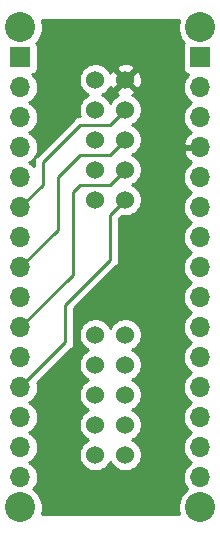
<source format=gbr>
G04 #@! TF.GenerationSoftware,KiCad,Pcbnew,(5.1.4)-1*
G04 #@! TF.CreationDate,2019-10-18T00:08:50-04:00*
G04 #@! TF.ProjectId,RepRap Display Controller,52657052-6170-4204-9469-73706c617920,rev?*
G04 #@! TF.SameCoordinates,Original*
G04 #@! TF.FileFunction,Copper,L2,Bot*
G04 #@! TF.FilePolarity,Positive*
%FSLAX46Y46*%
G04 Gerber Fmt 4.6, Leading zero omitted, Abs format (unit mm)*
G04 Created by KiCad (PCBNEW (5.1.4)-1) date 2019-10-18 00:08:50*
%MOMM*%
%LPD*%
G04 APERTURE LIST*
%ADD10C,1.524000*%
%ADD11O,1.700000X1.700000*%
%ADD12R,1.700000X1.700000*%
%ADD13C,2.540000*%
%ADD14C,0.250000*%
%ADD15C,0.254000*%
G04 APERTURE END LIST*
D10*
X148336000Y-94742000D03*
X145796000Y-94742000D03*
X148336000Y-97282000D03*
X145796000Y-97282000D03*
X148336000Y-99822000D03*
X145796000Y-99822000D03*
X148336000Y-102362000D03*
X145796000Y-102362000D03*
X148336000Y-104902000D03*
X145796000Y-104902000D03*
D11*
X154686000Y-106807000D03*
X154686000Y-104267000D03*
X154686000Y-101727000D03*
X154686000Y-99187000D03*
X154686000Y-96647000D03*
X154686000Y-94107000D03*
X154686000Y-91567000D03*
X154686000Y-89027000D03*
X154686000Y-86487000D03*
X154686000Y-83947000D03*
X154686000Y-81407000D03*
X154686000Y-78867000D03*
X154686000Y-76327000D03*
X154686000Y-73787000D03*
D12*
X154686000Y-71247000D03*
D11*
X139446000Y-106807000D03*
X139446000Y-104267000D03*
X139446000Y-101727000D03*
X139446000Y-99187000D03*
X139446000Y-96647000D03*
X139446000Y-94107000D03*
X139446000Y-91567000D03*
X139446000Y-89027000D03*
X139446000Y-86487000D03*
X139446000Y-83947000D03*
X139446000Y-81407000D03*
X139446000Y-78867000D03*
X139446000Y-76327000D03*
X139446000Y-73787000D03*
D12*
X139446000Y-71247000D03*
D10*
X148336000Y-73152000D03*
X145796000Y-73152000D03*
X148336000Y-75692000D03*
X145796000Y-75692000D03*
X148336000Y-78232000D03*
X145796000Y-78232000D03*
X148336000Y-80772000D03*
X145796000Y-80772000D03*
X148336000Y-83312000D03*
X145796000Y-83312000D03*
D13*
X139446000Y-68707000D03*
X139446000Y-109347000D03*
X154686000Y-109347000D03*
X154686000Y-68707000D03*
D14*
X139446000Y-83947000D02*
X141351000Y-82042000D01*
X141351000Y-82042000D02*
X141351000Y-80137000D01*
X141351000Y-80137000D02*
X144526000Y-76962000D01*
X147066000Y-76962000D02*
X148336000Y-75692000D01*
X144526000Y-76962000D02*
X147066000Y-76962000D01*
X139446000Y-89027000D02*
X142621000Y-85852000D01*
X142621000Y-85852000D02*
X142621000Y-81407000D01*
X142621000Y-81407000D02*
X144526000Y-79502000D01*
X147066000Y-79502000D02*
X148336000Y-78232000D01*
X144526000Y-79502000D02*
X147066000Y-79502000D01*
X139446000Y-94107000D02*
X143891000Y-89662000D01*
X143891000Y-89662000D02*
X143891000Y-82677000D01*
X143891000Y-82677000D02*
X144526000Y-82042000D01*
X147066000Y-82042000D02*
X148336000Y-80772000D01*
X144526000Y-82042000D02*
X147066000Y-82042000D01*
X147066000Y-84582000D02*
X148336000Y-83312000D01*
X147066000Y-88392000D02*
X147066000Y-84582000D01*
X143256000Y-92202000D02*
X147066000Y-88392000D01*
X139446000Y-99187000D02*
X143256000Y-95377000D01*
X143256000Y-95377000D02*
X143256000Y-92202000D01*
D15*
G36*
X152854209Y-68151332D02*
G01*
X152781000Y-68519374D01*
X152781000Y-68894626D01*
X152854209Y-69262668D01*
X152997811Y-69609356D01*
X153206290Y-69921366D01*
X153315365Y-70030441D01*
X153305463Y-70042506D01*
X153246498Y-70152820D01*
X153210188Y-70272518D01*
X153197928Y-70397000D01*
X153197928Y-72097000D01*
X153210188Y-72221482D01*
X153246498Y-72341180D01*
X153305463Y-72451494D01*
X153384815Y-72548185D01*
X153481506Y-72627537D01*
X153591820Y-72686502D01*
X153660687Y-72707393D01*
X153630866Y-72731866D01*
X153445294Y-72957986D01*
X153307401Y-73215966D01*
X153222487Y-73495889D01*
X153193815Y-73787000D01*
X153222487Y-74078111D01*
X153307401Y-74358034D01*
X153445294Y-74616014D01*
X153630866Y-74842134D01*
X153856986Y-75027706D01*
X153911791Y-75057000D01*
X153856986Y-75086294D01*
X153630866Y-75271866D01*
X153445294Y-75497986D01*
X153307401Y-75755966D01*
X153222487Y-76035889D01*
X153193815Y-76327000D01*
X153222487Y-76618111D01*
X153307401Y-76898034D01*
X153445294Y-77156014D01*
X153630866Y-77382134D01*
X153856986Y-77567706D01*
X153921523Y-77602201D01*
X153804645Y-77671822D01*
X153588412Y-77866731D01*
X153414359Y-78100080D01*
X153289175Y-78362901D01*
X153244524Y-78510110D01*
X153365845Y-78740000D01*
X154559000Y-78740000D01*
X154559000Y-78720000D01*
X154813000Y-78720000D01*
X154813000Y-78740000D01*
X154833000Y-78740000D01*
X154833000Y-78994000D01*
X154813000Y-78994000D01*
X154813000Y-79014000D01*
X154559000Y-79014000D01*
X154559000Y-78994000D01*
X153365845Y-78994000D01*
X153244524Y-79223890D01*
X153289175Y-79371099D01*
X153414359Y-79633920D01*
X153588412Y-79867269D01*
X153804645Y-80062178D01*
X153921523Y-80131799D01*
X153856986Y-80166294D01*
X153630866Y-80351866D01*
X153445294Y-80577986D01*
X153307401Y-80835966D01*
X153222487Y-81115889D01*
X153193815Y-81407000D01*
X153222487Y-81698111D01*
X153307401Y-81978034D01*
X153445294Y-82236014D01*
X153630866Y-82462134D01*
X153856986Y-82647706D01*
X153911791Y-82677000D01*
X153856986Y-82706294D01*
X153630866Y-82891866D01*
X153445294Y-83117986D01*
X153307401Y-83375966D01*
X153222487Y-83655889D01*
X153193815Y-83947000D01*
X153222487Y-84238111D01*
X153307401Y-84518034D01*
X153445294Y-84776014D01*
X153630866Y-85002134D01*
X153856986Y-85187706D01*
X153911791Y-85217000D01*
X153856986Y-85246294D01*
X153630866Y-85431866D01*
X153445294Y-85657986D01*
X153307401Y-85915966D01*
X153222487Y-86195889D01*
X153193815Y-86487000D01*
X153222487Y-86778111D01*
X153307401Y-87058034D01*
X153445294Y-87316014D01*
X153630866Y-87542134D01*
X153856986Y-87727706D01*
X153911791Y-87757000D01*
X153856986Y-87786294D01*
X153630866Y-87971866D01*
X153445294Y-88197986D01*
X153307401Y-88455966D01*
X153222487Y-88735889D01*
X153193815Y-89027000D01*
X153222487Y-89318111D01*
X153307401Y-89598034D01*
X153445294Y-89856014D01*
X153630866Y-90082134D01*
X153856986Y-90267706D01*
X153911791Y-90297000D01*
X153856986Y-90326294D01*
X153630866Y-90511866D01*
X153445294Y-90737986D01*
X153307401Y-90995966D01*
X153222487Y-91275889D01*
X153193815Y-91567000D01*
X153222487Y-91858111D01*
X153307401Y-92138034D01*
X153445294Y-92396014D01*
X153630866Y-92622134D01*
X153856986Y-92807706D01*
X153911791Y-92837000D01*
X153856986Y-92866294D01*
X153630866Y-93051866D01*
X153445294Y-93277986D01*
X153307401Y-93535966D01*
X153222487Y-93815889D01*
X153193815Y-94107000D01*
X153222487Y-94398111D01*
X153307401Y-94678034D01*
X153445294Y-94936014D01*
X153630866Y-95162134D01*
X153856986Y-95347706D01*
X153911791Y-95377000D01*
X153856986Y-95406294D01*
X153630866Y-95591866D01*
X153445294Y-95817986D01*
X153307401Y-96075966D01*
X153222487Y-96355889D01*
X153193815Y-96647000D01*
X153222487Y-96938111D01*
X153307401Y-97218034D01*
X153445294Y-97476014D01*
X153630866Y-97702134D01*
X153856986Y-97887706D01*
X153911791Y-97917000D01*
X153856986Y-97946294D01*
X153630866Y-98131866D01*
X153445294Y-98357986D01*
X153307401Y-98615966D01*
X153222487Y-98895889D01*
X153193815Y-99187000D01*
X153222487Y-99478111D01*
X153307401Y-99758034D01*
X153445294Y-100016014D01*
X153630866Y-100242134D01*
X153856986Y-100427706D01*
X153911791Y-100457000D01*
X153856986Y-100486294D01*
X153630866Y-100671866D01*
X153445294Y-100897986D01*
X153307401Y-101155966D01*
X153222487Y-101435889D01*
X153193815Y-101727000D01*
X153222487Y-102018111D01*
X153307401Y-102298034D01*
X153445294Y-102556014D01*
X153630866Y-102782134D01*
X153856986Y-102967706D01*
X153911791Y-102997000D01*
X153856986Y-103026294D01*
X153630866Y-103211866D01*
X153445294Y-103437986D01*
X153307401Y-103695966D01*
X153222487Y-103975889D01*
X153193815Y-104267000D01*
X153222487Y-104558111D01*
X153307401Y-104838034D01*
X153445294Y-105096014D01*
X153630866Y-105322134D01*
X153856986Y-105507706D01*
X153911791Y-105537000D01*
X153856986Y-105566294D01*
X153630866Y-105751866D01*
X153445294Y-105977986D01*
X153307401Y-106235966D01*
X153222487Y-106515889D01*
X153193815Y-106807000D01*
X153222487Y-107098111D01*
X153307401Y-107378034D01*
X153445294Y-107636014D01*
X153577206Y-107796749D01*
X153471634Y-107867290D01*
X153206290Y-108132634D01*
X152997811Y-108444644D01*
X152854209Y-108791332D01*
X152781000Y-109159374D01*
X152781000Y-109534626D01*
X152854209Y-109902668D01*
X152866359Y-109932000D01*
X141265641Y-109932000D01*
X141277791Y-109902668D01*
X141351000Y-109534626D01*
X141351000Y-109159374D01*
X141277791Y-108791332D01*
X141134189Y-108444644D01*
X140925710Y-108132634D01*
X140660366Y-107867290D01*
X140554794Y-107796749D01*
X140686706Y-107636014D01*
X140824599Y-107378034D01*
X140909513Y-107098111D01*
X140938185Y-106807000D01*
X140909513Y-106515889D01*
X140824599Y-106235966D01*
X140686706Y-105977986D01*
X140501134Y-105751866D01*
X140275014Y-105566294D01*
X140220209Y-105537000D01*
X140275014Y-105507706D01*
X140501134Y-105322134D01*
X140686706Y-105096014D01*
X140824599Y-104838034D01*
X140909513Y-104558111D01*
X140938185Y-104267000D01*
X140909513Y-103975889D01*
X140824599Y-103695966D01*
X140686706Y-103437986D01*
X140501134Y-103211866D01*
X140275014Y-103026294D01*
X140220209Y-102997000D01*
X140275014Y-102967706D01*
X140501134Y-102782134D01*
X140686706Y-102556014D01*
X140824599Y-102298034D01*
X140909513Y-102018111D01*
X140938185Y-101727000D01*
X140909513Y-101435889D01*
X140824599Y-101155966D01*
X140686706Y-100897986D01*
X140501134Y-100671866D01*
X140275014Y-100486294D01*
X140220209Y-100457000D01*
X140275014Y-100427706D01*
X140501134Y-100242134D01*
X140686706Y-100016014D01*
X140824599Y-99758034D01*
X140909513Y-99478111D01*
X140938185Y-99187000D01*
X140909513Y-98895889D01*
X140886797Y-98821004D01*
X143767004Y-95940798D01*
X143796001Y-95917001D01*
X143890974Y-95801276D01*
X143961546Y-95669247D01*
X144005003Y-95525986D01*
X144016000Y-95414333D01*
X144016000Y-95414325D01*
X144019676Y-95377000D01*
X144016000Y-95339675D01*
X144016000Y-94604408D01*
X144399000Y-94604408D01*
X144399000Y-94879592D01*
X144452686Y-95149490D01*
X144557995Y-95403727D01*
X144710880Y-95632535D01*
X144905465Y-95827120D01*
X145134273Y-95980005D01*
X145211515Y-96012000D01*
X145134273Y-96043995D01*
X144905465Y-96196880D01*
X144710880Y-96391465D01*
X144557995Y-96620273D01*
X144452686Y-96874510D01*
X144399000Y-97144408D01*
X144399000Y-97419592D01*
X144452686Y-97689490D01*
X144557995Y-97943727D01*
X144710880Y-98172535D01*
X144905465Y-98367120D01*
X145134273Y-98520005D01*
X145211515Y-98552000D01*
X145134273Y-98583995D01*
X144905465Y-98736880D01*
X144710880Y-98931465D01*
X144557995Y-99160273D01*
X144452686Y-99414510D01*
X144399000Y-99684408D01*
X144399000Y-99959592D01*
X144452686Y-100229490D01*
X144557995Y-100483727D01*
X144710880Y-100712535D01*
X144905465Y-100907120D01*
X145134273Y-101060005D01*
X145211515Y-101092000D01*
X145134273Y-101123995D01*
X144905465Y-101276880D01*
X144710880Y-101471465D01*
X144557995Y-101700273D01*
X144452686Y-101954510D01*
X144399000Y-102224408D01*
X144399000Y-102499592D01*
X144452686Y-102769490D01*
X144557995Y-103023727D01*
X144710880Y-103252535D01*
X144905465Y-103447120D01*
X145134273Y-103600005D01*
X145211515Y-103632000D01*
X145134273Y-103663995D01*
X144905465Y-103816880D01*
X144710880Y-104011465D01*
X144557995Y-104240273D01*
X144452686Y-104494510D01*
X144399000Y-104764408D01*
X144399000Y-105039592D01*
X144452686Y-105309490D01*
X144557995Y-105563727D01*
X144710880Y-105792535D01*
X144905465Y-105987120D01*
X145134273Y-106140005D01*
X145388510Y-106245314D01*
X145658408Y-106299000D01*
X145933592Y-106299000D01*
X146203490Y-106245314D01*
X146457727Y-106140005D01*
X146686535Y-105987120D01*
X146881120Y-105792535D01*
X147034005Y-105563727D01*
X147066000Y-105486485D01*
X147097995Y-105563727D01*
X147250880Y-105792535D01*
X147445465Y-105987120D01*
X147674273Y-106140005D01*
X147928510Y-106245314D01*
X148198408Y-106299000D01*
X148473592Y-106299000D01*
X148743490Y-106245314D01*
X148997727Y-106140005D01*
X149226535Y-105987120D01*
X149421120Y-105792535D01*
X149574005Y-105563727D01*
X149679314Y-105309490D01*
X149733000Y-105039592D01*
X149733000Y-104764408D01*
X149679314Y-104494510D01*
X149574005Y-104240273D01*
X149421120Y-104011465D01*
X149226535Y-103816880D01*
X148997727Y-103663995D01*
X148920485Y-103632000D01*
X148997727Y-103600005D01*
X149226535Y-103447120D01*
X149421120Y-103252535D01*
X149574005Y-103023727D01*
X149679314Y-102769490D01*
X149733000Y-102499592D01*
X149733000Y-102224408D01*
X149679314Y-101954510D01*
X149574005Y-101700273D01*
X149421120Y-101471465D01*
X149226535Y-101276880D01*
X148997727Y-101123995D01*
X148920485Y-101092000D01*
X148997727Y-101060005D01*
X149226535Y-100907120D01*
X149421120Y-100712535D01*
X149574005Y-100483727D01*
X149679314Y-100229490D01*
X149733000Y-99959592D01*
X149733000Y-99684408D01*
X149679314Y-99414510D01*
X149574005Y-99160273D01*
X149421120Y-98931465D01*
X149226535Y-98736880D01*
X148997727Y-98583995D01*
X148920485Y-98552000D01*
X148997727Y-98520005D01*
X149226535Y-98367120D01*
X149421120Y-98172535D01*
X149574005Y-97943727D01*
X149679314Y-97689490D01*
X149733000Y-97419592D01*
X149733000Y-97144408D01*
X149679314Y-96874510D01*
X149574005Y-96620273D01*
X149421120Y-96391465D01*
X149226535Y-96196880D01*
X148997727Y-96043995D01*
X148920485Y-96012000D01*
X148997727Y-95980005D01*
X149226535Y-95827120D01*
X149421120Y-95632535D01*
X149574005Y-95403727D01*
X149679314Y-95149490D01*
X149733000Y-94879592D01*
X149733000Y-94604408D01*
X149679314Y-94334510D01*
X149574005Y-94080273D01*
X149421120Y-93851465D01*
X149226535Y-93656880D01*
X148997727Y-93503995D01*
X148743490Y-93398686D01*
X148473592Y-93345000D01*
X148198408Y-93345000D01*
X147928510Y-93398686D01*
X147674273Y-93503995D01*
X147445465Y-93656880D01*
X147250880Y-93851465D01*
X147097995Y-94080273D01*
X147066000Y-94157515D01*
X147034005Y-94080273D01*
X146881120Y-93851465D01*
X146686535Y-93656880D01*
X146457727Y-93503995D01*
X146203490Y-93398686D01*
X145933592Y-93345000D01*
X145658408Y-93345000D01*
X145388510Y-93398686D01*
X145134273Y-93503995D01*
X144905465Y-93656880D01*
X144710880Y-93851465D01*
X144557995Y-94080273D01*
X144452686Y-94334510D01*
X144399000Y-94604408D01*
X144016000Y-94604408D01*
X144016000Y-92516801D01*
X147577004Y-88955798D01*
X147606001Y-88932001D01*
X147700974Y-88816276D01*
X147771546Y-88684247D01*
X147815003Y-88540986D01*
X147826000Y-88429333D01*
X147826000Y-88429325D01*
X147829676Y-88392000D01*
X147826000Y-88354675D01*
X147826000Y-84896801D01*
X148044430Y-84678372D01*
X148198408Y-84709000D01*
X148473592Y-84709000D01*
X148743490Y-84655314D01*
X148997727Y-84550005D01*
X149226535Y-84397120D01*
X149421120Y-84202535D01*
X149574005Y-83973727D01*
X149679314Y-83719490D01*
X149733000Y-83449592D01*
X149733000Y-83174408D01*
X149679314Y-82904510D01*
X149574005Y-82650273D01*
X149421120Y-82421465D01*
X149226535Y-82226880D01*
X148997727Y-82073995D01*
X148920485Y-82042000D01*
X148997727Y-82010005D01*
X149226535Y-81857120D01*
X149421120Y-81662535D01*
X149574005Y-81433727D01*
X149679314Y-81179490D01*
X149733000Y-80909592D01*
X149733000Y-80634408D01*
X149679314Y-80364510D01*
X149574005Y-80110273D01*
X149421120Y-79881465D01*
X149226535Y-79686880D01*
X148997727Y-79533995D01*
X148920485Y-79502000D01*
X148997727Y-79470005D01*
X149226535Y-79317120D01*
X149421120Y-79122535D01*
X149574005Y-78893727D01*
X149679314Y-78639490D01*
X149733000Y-78369592D01*
X149733000Y-78094408D01*
X149679314Y-77824510D01*
X149574005Y-77570273D01*
X149421120Y-77341465D01*
X149226535Y-77146880D01*
X148997727Y-76993995D01*
X148920485Y-76962000D01*
X148997727Y-76930005D01*
X149226535Y-76777120D01*
X149421120Y-76582535D01*
X149574005Y-76353727D01*
X149679314Y-76099490D01*
X149733000Y-75829592D01*
X149733000Y-75554408D01*
X149679314Y-75284510D01*
X149574005Y-75030273D01*
X149421120Y-74801465D01*
X149226535Y-74606880D01*
X148997727Y-74453995D01*
X148926057Y-74424308D01*
X148939023Y-74419636D01*
X149054980Y-74357656D01*
X149121960Y-74117565D01*
X148336000Y-73331605D01*
X147550040Y-74117565D01*
X147617020Y-74357656D01*
X147752760Y-74421485D01*
X147674273Y-74453995D01*
X147445465Y-74606880D01*
X147250880Y-74801465D01*
X147097995Y-75030273D01*
X147066000Y-75107515D01*
X147034005Y-75030273D01*
X146881120Y-74801465D01*
X146686535Y-74606880D01*
X146457727Y-74453995D01*
X146380485Y-74422000D01*
X146457727Y-74390005D01*
X146686535Y-74237120D01*
X146881120Y-74042535D01*
X147034005Y-73813727D01*
X147063692Y-73742057D01*
X147068364Y-73755023D01*
X147130344Y-73870980D01*
X147370435Y-73937960D01*
X148156395Y-73152000D01*
X148515605Y-73152000D01*
X149301565Y-73937960D01*
X149541656Y-73870980D01*
X149658756Y-73621952D01*
X149725023Y-73354865D01*
X149737910Y-73079983D01*
X149696922Y-72807867D01*
X149603636Y-72548977D01*
X149541656Y-72433020D01*
X149301565Y-72366040D01*
X148515605Y-73152000D01*
X148156395Y-73152000D01*
X147370435Y-72366040D01*
X147130344Y-72433020D01*
X147066515Y-72568760D01*
X147034005Y-72490273D01*
X146881120Y-72261465D01*
X146806090Y-72186435D01*
X147550040Y-72186435D01*
X148336000Y-72972395D01*
X149121960Y-72186435D01*
X149054980Y-71946344D01*
X148805952Y-71829244D01*
X148538865Y-71762977D01*
X148263983Y-71750090D01*
X147991867Y-71791078D01*
X147732977Y-71884364D01*
X147617020Y-71946344D01*
X147550040Y-72186435D01*
X146806090Y-72186435D01*
X146686535Y-72066880D01*
X146457727Y-71913995D01*
X146203490Y-71808686D01*
X145933592Y-71755000D01*
X145658408Y-71755000D01*
X145388510Y-71808686D01*
X145134273Y-71913995D01*
X144905465Y-72066880D01*
X144710880Y-72261465D01*
X144557995Y-72490273D01*
X144452686Y-72744510D01*
X144399000Y-73014408D01*
X144399000Y-73289592D01*
X144452686Y-73559490D01*
X144557995Y-73813727D01*
X144710880Y-74042535D01*
X144905465Y-74237120D01*
X145134273Y-74390005D01*
X145211515Y-74422000D01*
X145134273Y-74453995D01*
X144905465Y-74606880D01*
X144710880Y-74801465D01*
X144557995Y-75030273D01*
X144452686Y-75284510D01*
X144399000Y-75554408D01*
X144399000Y-75829592D01*
X144452686Y-76099490D01*
X144494894Y-76201388D01*
X144488676Y-76202000D01*
X144488667Y-76202000D01*
X144377014Y-76212997D01*
X144233753Y-76256454D01*
X144101723Y-76327026D01*
X144018083Y-76395668D01*
X143985999Y-76421999D01*
X143962201Y-76450997D01*
X140839998Y-79573201D01*
X140811000Y-79596999D01*
X140787202Y-79625997D01*
X140787201Y-79625998D01*
X140716026Y-79712724D01*
X140645454Y-79844754D01*
X140601998Y-79988015D01*
X140587324Y-80137000D01*
X140591001Y-80174332D01*
X140591001Y-80461369D01*
X140501134Y-80351866D01*
X140275014Y-80166294D01*
X140220209Y-80137000D01*
X140275014Y-80107706D01*
X140501134Y-79922134D01*
X140686706Y-79696014D01*
X140824599Y-79438034D01*
X140909513Y-79158111D01*
X140938185Y-78867000D01*
X140909513Y-78575889D01*
X140824599Y-78295966D01*
X140686706Y-78037986D01*
X140501134Y-77811866D01*
X140275014Y-77626294D01*
X140220209Y-77597000D01*
X140275014Y-77567706D01*
X140501134Y-77382134D01*
X140686706Y-77156014D01*
X140824599Y-76898034D01*
X140909513Y-76618111D01*
X140938185Y-76327000D01*
X140909513Y-76035889D01*
X140824599Y-75755966D01*
X140686706Y-75497986D01*
X140501134Y-75271866D01*
X140275014Y-75086294D01*
X140220209Y-75057000D01*
X140275014Y-75027706D01*
X140501134Y-74842134D01*
X140686706Y-74616014D01*
X140824599Y-74358034D01*
X140909513Y-74078111D01*
X140938185Y-73787000D01*
X140909513Y-73495889D01*
X140824599Y-73215966D01*
X140686706Y-72957986D01*
X140501134Y-72731866D01*
X140471313Y-72707393D01*
X140540180Y-72686502D01*
X140650494Y-72627537D01*
X140747185Y-72548185D01*
X140826537Y-72451494D01*
X140885502Y-72341180D01*
X140921812Y-72221482D01*
X140934072Y-72097000D01*
X140934072Y-70397000D01*
X140921812Y-70272518D01*
X140885502Y-70152820D01*
X140826537Y-70042506D01*
X140816635Y-70030441D01*
X140925710Y-69921366D01*
X141134189Y-69609356D01*
X141277791Y-69262668D01*
X141351000Y-68894626D01*
X141351000Y-68519374D01*
X141277791Y-68151332D01*
X141265641Y-68122000D01*
X152866359Y-68122000D01*
X152854209Y-68151332D01*
X152854209Y-68151332D01*
G37*
X152854209Y-68151332D02*
X152781000Y-68519374D01*
X152781000Y-68894626D01*
X152854209Y-69262668D01*
X152997811Y-69609356D01*
X153206290Y-69921366D01*
X153315365Y-70030441D01*
X153305463Y-70042506D01*
X153246498Y-70152820D01*
X153210188Y-70272518D01*
X153197928Y-70397000D01*
X153197928Y-72097000D01*
X153210188Y-72221482D01*
X153246498Y-72341180D01*
X153305463Y-72451494D01*
X153384815Y-72548185D01*
X153481506Y-72627537D01*
X153591820Y-72686502D01*
X153660687Y-72707393D01*
X153630866Y-72731866D01*
X153445294Y-72957986D01*
X153307401Y-73215966D01*
X153222487Y-73495889D01*
X153193815Y-73787000D01*
X153222487Y-74078111D01*
X153307401Y-74358034D01*
X153445294Y-74616014D01*
X153630866Y-74842134D01*
X153856986Y-75027706D01*
X153911791Y-75057000D01*
X153856986Y-75086294D01*
X153630866Y-75271866D01*
X153445294Y-75497986D01*
X153307401Y-75755966D01*
X153222487Y-76035889D01*
X153193815Y-76327000D01*
X153222487Y-76618111D01*
X153307401Y-76898034D01*
X153445294Y-77156014D01*
X153630866Y-77382134D01*
X153856986Y-77567706D01*
X153921523Y-77602201D01*
X153804645Y-77671822D01*
X153588412Y-77866731D01*
X153414359Y-78100080D01*
X153289175Y-78362901D01*
X153244524Y-78510110D01*
X153365845Y-78740000D01*
X154559000Y-78740000D01*
X154559000Y-78720000D01*
X154813000Y-78720000D01*
X154813000Y-78740000D01*
X154833000Y-78740000D01*
X154833000Y-78994000D01*
X154813000Y-78994000D01*
X154813000Y-79014000D01*
X154559000Y-79014000D01*
X154559000Y-78994000D01*
X153365845Y-78994000D01*
X153244524Y-79223890D01*
X153289175Y-79371099D01*
X153414359Y-79633920D01*
X153588412Y-79867269D01*
X153804645Y-80062178D01*
X153921523Y-80131799D01*
X153856986Y-80166294D01*
X153630866Y-80351866D01*
X153445294Y-80577986D01*
X153307401Y-80835966D01*
X153222487Y-81115889D01*
X153193815Y-81407000D01*
X153222487Y-81698111D01*
X153307401Y-81978034D01*
X153445294Y-82236014D01*
X153630866Y-82462134D01*
X153856986Y-82647706D01*
X153911791Y-82677000D01*
X153856986Y-82706294D01*
X153630866Y-82891866D01*
X153445294Y-83117986D01*
X153307401Y-83375966D01*
X153222487Y-83655889D01*
X153193815Y-83947000D01*
X153222487Y-84238111D01*
X153307401Y-84518034D01*
X153445294Y-84776014D01*
X153630866Y-85002134D01*
X153856986Y-85187706D01*
X153911791Y-85217000D01*
X153856986Y-85246294D01*
X153630866Y-85431866D01*
X153445294Y-85657986D01*
X153307401Y-85915966D01*
X153222487Y-86195889D01*
X153193815Y-86487000D01*
X153222487Y-86778111D01*
X153307401Y-87058034D01*
X153445294Y-87316014D01*
X153630866Y-87542134D01*
X153856986Y-87727706D01*
X153911791Y-87757000D01*
X153856986Y-87786294D01*
X153630866Y-87971866D01*
X153445294Y-88197986D01*
X153307401Y-88455966D01*
X153222487Y-88735889D01*
X153193815Y-89027000D01*
X153222487Y-89318111D01*
X153307401Y-89598034D01*
X153445294Y-89856014D01*
X153630866Y-90082134D01*
X153856986Y-90267706D01*
X153911791Y-90297000D01*
X153856986Y-90326294D01*
X153630866Y-90511866D01*
X153445294Y-90737986D01*
X153307401Y-90995966D01*
X153222487Y-91275889D01*
X153193815Y-91567000D01*
X153222487Y-91858111D01*
X153307401Y-92138034D01*
X153445294Y-92396014D01*
X153630866Y-92622134D01*
X153856986Y-92807706D01*
X153911791Y-92837000D01*
X153856986Y-92866294D01*
X153630866Y-93051866D01*
X153445294Y-93277986D01*
X153307401Y-93535966D01*
X153222487Y-93815889D01*
X153193815Y-94107000D01*
X153222487Y-94398111D01*
X153307401Y-94678034D01*
X153445294Y-94936014D01*
X153630866Y-95162134D01*
X153856986Y-95347706D01*
X153911791Y-95377000D01*
X153856986Y-95406294D01*
X153630866Y-95591866D01*
X153445294Y-95817986D01*
X153307401Y-96075966D01*
X153222487Y-96355889D01*
X153193815Y-96647000D01*
X153222487Y-96938111D01*
X153307401Y-97218034D01*
X153445294Y-97476014D01*
X153630866Y-97702134D01*
X153856986Y-97887706D01*
X153911791Y-97917000D01*
X153856986Y-97946294D01*
X153630866Y-98131866D01*
X153445294Y-98357986D01*
X153307401Y-98615966D01*
X153222487Y-98895889D01*
X153193815Y-99187000D01*
X153222487Y-99478111D01*
X153307401Y-99758034D01*
X153445294Y-100016014D01*
X153630866Y-100242134D01*
X153856986Y-100427706D01*
X153911791Y-100457000D01*
X153856986Y-100486294D01*
X153630866Y-100671866D01*
X153445294Y-100897986D01*
X153307401Y-101155966D01*
X153222487Y-101435889D01*
X153193815Y-101727000D01*
X153222487Y-102018111D01*
X153307401Y-102298034D01*
X153445294Y-102556014D01*
X153630866Y-102782134D01*
X153856986Y-102967706D01*
X153911791Y-102997000D01*
X153856986Y-103026294D01*
X153630866Y-103211866D01*
X153445294Y-103437986D01*
X153307401Y-103695966D01*
X153222487Y-103975889D01*
X153193815Y-104267000D01*
X153222487Y-104558111D01*
X153307401Y-104838034D01*
X153445294Y-105096014D01*
X153630866Y-105322134D01*
X153856986Y-105507706D01*
X153911791Y-105537000D01*
X153856986Y-105566294D01*
X153630866Y-105751866D01*
X153445294Y-105977986D01*
X153307401Y-106235966D01*
X153222487Y-106515889D01*
X153193815Y-106807000D01*
X153222487Y-107098111D01*
X153307401Y-107378034D01*
X153445294Y-107636014D01*
X153577206Y-107796749D01*
X153471634Y-107867290D01*
X153206290Y-108132634D01*
X152997811Y-108444644D01*
X152854209Y-108791332D01*
X152781000Y-109159374D01*
X152781000Y-109534626D01*
X152854209Y-109902668D01*
X152866359Y-109932000D01*
X141265641Y-109932000D01*
X141277791Y-109902668D01*
X141351000Y-109534626D01*
X141351000Y-109159374D01*
X141277791Y-108791332D01*
X141134189Y-108444644D01*
X140925710Y-108132634D01*
X140660366Y-107867290D01*
X140554794Y-107796749D01*
X140686706Y-107636014D01*
X140824599Y-107378034D01*
X140909513Y-107098111D01*
X140938185Y-106807000D01*
X140909513Y-106515889D01*
X140824599Y-106235966D01*
X140686706Y-105977986D01*
X140501134Y-105751866D01*
X140275014Y-105566294D01*
X140220209Y-105537000D01*
X140275014Y-105507706D01*
X140501134Y-105322134D01*
X140686706Y-105096014D01*
X140824599Y-104838034D01*
X140909513Y-104558111D01*
X140938185Y-104267000D01*
X140909513Y-103975889D01*
X140824599Y-103695966D01*
X140686706Y-103437986D01*
X140501134Y-103211866D01*
X140275014Y-103026294D01*
X140220209Y-102997000D01*
X140275014Y-102967706D01*
X140501134Y-102782134D01*
X140686706Y-102556014D01*
X140824599Y-102298034D01*
X140909513Y-102018111D01*
X140938185Y-101727000D01*
X140909513Y-101435889D01*
X140824599Y-101155966D01*
X140686706Y-100897986D01*
X140501134Y-100671866D01*
X140275014Y-100486294D01*
X140220209Y-100457000D01*
X140275014Y-100427706D01*
X140501134Y-100242134D01*
X140686706Y-100016014D01*
X140824599Y-99758034D01*
X140909513Y-99478111D01*
X140938185Y-99187000D01*
X140909513Y-98895889D01*
X140886797Y-98821004D01*
X143767004Y-95940798D01*
X143796001Y-95917001D01*
X143890974Y-95801276D01*
X143961546Y-95669247D01*
X144005003Y-95525986D01*
X144016000Y-95414333D01*
X144016000Y-95414325D01*
X144019676Y-95377000D01*
X144016000Y-95339675D01*
X144016000Y-94604408D01*
X144399000Y-94604408D01*
X144399000Y-94879592D01*
X144452686Y-95149490D01*
X144557995Y-95403727D01*
X144710880Y-95632535D01*
X144905465Y-95827120D01*
X145134273Y-95980005D01*
X145211515Y-96012000D01*
X145134273Y-96043995D01*
X144905465Y-96196880D01*
X144710880Y-96391465D01*
X144557995Y-96620273D01*
X144452686Y-96874510D01*
X144399000Y-97144408D01*
X144399000Y-97419592D01*
X144452686Y-97689490D01*
X144557995Y-97943727D01*
X144710880Y-98172535D01*
X144905465Y-98367120D01*
X145134273Y-98520005D01*
X145211515Y-98552000D01*
X145134273Y-98583995D01*
X144905465Y-98736880D01*
X144710880Y-98931465D01*
X144557995Y-99160273D01*
X144452686Y-99414510D01*
X144399000Y-99684408D01*
X144399000Y-99959592D01*
X144452686Y-100229490D01*
X144557995Y-100483727D01*
X144710880Y-100712535D01*
X144905465Y-100907120D01*
X145134273Y-101060005D01*
X145211515Y-101092000D01*
X145134273Y-101123995D01*
X144905465Y-101276880D01*
X144710880Y-101471465D01*
X144557995Y-101700273D01*
X144452686Y-101954510D01*
X144399000Y-102224408D01*
X144399000Y-102499592D01*
X144452686Y-102769490D01*
X144557995Y-103023727D01*
X144710880Y-103252535D01*
X144905465Y-103447120D01*
X145134273Y-103600005D01*
X145211515Y-103632000D01*
X145134273Y-103663995D01*
X144905465Y-103816880D01*
X144710880Y-104011465D01*
X144557995Y-104240273D01*
X144452686Y-104494510D01*
X144399000Y-104764408D01*
X144399000Y-105039592D01*
X144452686Y-105309490D01*
X144557995Y-105563727D01*
X144710880Y-105792535D01*
X144905465Y-105987120D01*
X145134273Y-106140005D01*
X145388510Y-106245314D01*
X145658408Y-106299000D01*
X145933592Y-106299000D01*
X146203490Y-106245314D01*
X146457727Y-106140005D01*
X146686535Y-105987120D01*
X146881120Y-105792535D01*
X147034005Y-105563727D01*
X147066000Y-105486485D01*
X147097995Y-105563727D01*
X147250880Y-105792535D01*
X147445465Y-105987120D01*
X147674273Y-106140005D01*
X147928510Y-106245314D01*
X148198408Y-106299000D01*
X148473592Y-106299000D01*
X148743490Y-106245314D01*
X148997727Y-106140005D01*
X149226535Y-105987120D01*
X149421120Y-105792535D01*
X149574005Y-105563727D01*
X149679314Y-105309490D01*
X149733000Y-105039592D01*
X149733000Y-104764408D01*
X149679314Y-104494510D01*
X149574005Y-104240273D01*
X149421120Y-104011465D01*
X149226535Y-103816880D01*
X148997727Y-103663995D01*
X148920485Y-103632000D01*
X148997727Y-103600005D01*
X149226535Y-103447120D01*
X149421120Y-103252535D01*
X149574005Y-103023727D01*
X149679314Y-102769490D01*
X149733000Y-102499592D01*
X149733000Y-102224408D01*
X149679314Y-101954510D01*
X149574005Y-101700273D01*
X149421120Y-101471465D01*
X149226535Y-101276880D01*
X148997727Y-101123995D01*
X148920485Y-101092000D01*
X148997727Y-101060005D01*
X149226535Y-100907120D01*
X149421120Y-100712535D01*
X149574005Y-100483727D01*
X149679314Y-100229490D01*
X149733000Y-99959592D01*
X149733000Y-99684408D01*
X149679314Y-99414510D01*
X149574005Y-99160273D01*
X149421120Y-98931465D01*
X149226535Y-98736880D01*
X148997727Y-98583995D01*
X148920485Y-98552000D01*
X148997727Y-98520005D01*
X149226535Y-98367120D01*
X149421120Y-98172535D01*
X149574005Y-97943727D01*
X149679314Y-97689490D01*
X149733000Y-97419592D01*
X149733000Y-97144408D01*
X149679314Y-96874510D01*
X149574005Y-96620273D01*
X149421120Y-96391465D01*
X149226535Y-96196880D01*
X148997727Y-96043995D01*
X148920485Y-96012000D01*
X148997727Y-95980005D01*
X149226535Y-95827120D01*
X149421120Y-95632535D01*
X149574005Y-95403727D01*
X149679314Y-95149490D01*
X149733000Y-94879592D01*
X149733000Y-94604408D01*
X149679314Y-94334510D01*
X149574005Y-94080273D01*
X149421120Y-93851465D01*
X149226535Y-93656880D01*
X148997727Y-93503995D01*
X148743490Y-93398686D01*
X148473592Y-93345000D01*
X148198408Y-93345000D01*
X147928510Y-93398686D01*
X147674273Y-93503995D01*
X147445465Y-93656880D01*
X147250880Y-93851465D01*
X147097995Y-94080273D01*
X147066000Y-94157515D01*
X147034005Y-94080273D01*
X146881120Y-93851465D01*
X146686535Y-93656880D01*
X146457727Y-93503995D01*
X146203490Y-93398686D01*
X145933592Y-93345000D01*
X145658408Y-93345000D01*
X145388510Y-93398686D01*
X145134273Y-93503995D01*
X144905465Y-93656880D01*
X144710880Y-93851465D01*
X144557995Y-94080273D01*
X144452686Y-94334510D01*
X144399000Y-94604408D01*
X144016000Y-94604408D01*
X144016000Y-92516801D01*
X147577004Y-88955798D01*
X147606001Y-88932001D01*
X147700974Y-88816276D01*
X147771546Y-88684247D01*
X147815003Y-88540986D01*
X147826000Y-88429333D01*
X147826000Y-88429325D01*
X147829676Y-88392000D01*
X147826000Y-88354675D01*
X147826000Y-84896801D01*
X148044430Y-84678372D01*
X148198408Y-84709000D01*
X148473592Y-84709000D01*
X148743490Y-84655314D01*
X148997727Y-84550005D01*
X149226535Y-84397120D01*
X149421120Y-84202535D01*
X149574005Y-83973727D01*
X149679314Y-83719490D01*
X149733000Y-83449592D01*
X149733000Y-83174408D01*
X149679314Y-82904510D01*
X149574005Y-82650273D01*
X149421120Y-82421465D01*
X149226535Y-82226880D01*
X148997727Y-82073995D01*
X148920485Y-82042000D01*
X148997727Y-82010005D01*
X149226535Y-81857120D01*
X149421120Y-81662535D01*
X149574005Y-81433727D01*
X149679314Y-81179490D01*
X149733000Y-80909592D01*
X149733000Y-80634408D01*
X149679314Y-80364510D01*
X149574005Y-80110273D01*
X149421120Y-79881465D01*
X149226535Y-79686880D01*
X148997727Y-79533995D01*
X148920485Y-79502000D01*
X148997727Y-79470005D01*
X149226535Y-79317120D01*
X149421120Y-79122535D01*
X149574005Y-78893727D01*
X149679314Y-78639490D01*
X149733000Y-78369592D01*
X149733000Y-78094408D01*
X149679314Y-77824510D01*
X149574005Y-77570273D01*
X149421120Y-77341465D01*
X149226535Y-77146880D01*
X148997727Y-76993995D01*
X148920485Y-76962000D01*
X148997727Y-76930005D01*
X149226535Y-76777120D01*
X149421120Y-76582535D01*
X149574005Y-76353727D01*
X149679314Y-76099490D01*
X149733000Y-75829592D01*
X149733000Y-75554408D01*
X149679314Y-75284510D01*
X149574005Y-75030273D01*
X149421120Y-74801465D01*
X149226535Y-74606880D01*
X148997727Y-74453995D01*
X148926057Y-74424308D01*
X148939023Y-74419636D01*
X149054980Y-74357656D01*
X149121960Y-74117565D01*
X148336000Y-73331605D01*
X147550040Y-74117565D01*
X147617020Y-74357656D01*
X147752760Y-74421485D01*
X147674273Y-74453995D01*
X147445465Y-74606880D01*
X147250880Y-74801465D01*
X147097995Y-75030273D01*
X147066000Y-75107515D01*
X147034005Y-75030273D01*
X146881120Y-74801465D01*
X146686535Y-74606880D01*
X146457727Y-74453995D01*
X146380485Y-74422000D01*
X146457727Y-74390005D01*
X146686535Y-74237120D01*
X146881120Y-74042535D01*
X147034005Y-73813727D01*
X147063692Y-73742057D01*
X147068364Y-73755023D01*
X147130344Y-73870980D01*
X147370435Y-73937960D01*
X148156395Y-73152000D01*
X148515605Y-73152000D01*
X149301565Y-73937960D01*
X149541656Y-73870980D01*
X149658756Y-73621952D01*
X149725023Y-73354865D01*
X149737910Y-73079983D01*
X149696922Y-72807867D01*
X149603636Y-72548977D01*
X149541656Y-72433020D01*
X149301565Y-72366040D01*
X148515605Y-73152000D01*
X148156395Y-73152000D01*
X147370435Y-72366040D01*
X147130344Y-72433020D01*
X147066515Y-72568760D01*
X147034005Y-72490273D01*
X146881120Y-72261465D01*
X146806090Y-72186435D01*
X147550040Y-72186435D01*
X148336000Y-72972395D01*
X149121960Y-72186435D01*
X149054980Y-71946344D01*
X148805952Y-71829244D01*
X148538865Y-71762977D01*
X148263983Y-71750090D01*
X147991867Y-71791078D01*
X147732977Y-71884364D01*
X147617020Y-71946344D01*
X147550040Y-72186435D01*
X146806090Y-72186435D01*
X146686535Y-72066880D01*
X146457727Y-71913995D01*
X146203490Y-71808686D01*
X145933592Y-71755000D01*
X145658408Y-71755000D01*
X145388510Y-71808686D01*
X145134273Y-71913995D01*
X144905465Y-72066880D01*
X144710880Y-72261465D01*
X144557995Y-72490273D01*
X144452686Y-72744510D01*
X144399000Y-73014408D01*
X144399000Y-73289592D01*
X144452686Y-73559490D01*
X144557995Y-73813727D01*
X144710880Y-74042535D01*
X144905465Y-74237120D01*
X145134273Y-74390005D01*
X145211515Y-74422000D01*
X145134273Y-74453995D01*
X144905465Y-74606880D01*
X144710880Y-74801465D01*
X144557995Y-75030273D01*
X144452686Y-75284510D01*
X144399000Y-75554408D01*
X144399000Y-75829592D01*
X144452686Y-76099490D01*
X144494894Y-76201388D01*
X144488676Y-76202000D01*
X144488667Y-76202000D01*
X144377014Y-76212997D01*
X144233753Y-76256454D01*
X144101723Y-76327026D01*
X144018083Y-76395668D01*
X143985999Y-76421999D01*
X143962201Y-76450997D01*
X140839998Y-79573201D01*
X140811000Y-79596999D01*
X140787202Y-79625997D01*
X140787201Y-79625998D01*
X140716026Y-79712724D01*
X140645454Y-79844754D01*
X140601998Y-79988015D01*
X140587324Y-80137000D01*
X140591001Y-80174332D01*
X140591001Y-80461369D01*
X140501134Y-80351866D01*
X140275014Y-80166294D01*
X140220209Y-80137000D01*
X140275014Y-80107706D01*
X140501134Y-79922134D01*
X140686706Y-79696014D01*
X140824599Y-79438034D01*
X140909513Y-79158111D01*
X140938185Y-78867000D01*
X140909513Y-78575889D01*
X140824599Y-78295966D01*
X140686706Y-78037986D01*
X140501134Y-77811866D01*
X140275014Y-77626294D01*
X140220209Y-77597000D01*
X140275014Y-77567706D01*
X140501134Y-77382134D01*
X140686706Y-77156014D01*
X140824599Y-76898034D01*
X140909513Y-76618111D01*
X140938185Y-76327000D01*
X140909513Y-76035889D01*
X140824599Y-75755966D01*
X140686706Y-75497986D01*
X140501134Y-75271866D01*
X140275014Y-75086294D01*
X140220209Y-75057000D01*
X140275014Y-75027706D01*
X140501134Y-74842134D01*
X140686706Y-74616014D01*
X140824599Y-74358034D01*
X140909513Y-74078111D01*
X140938185Y-73787000D01*
X140909513Y-73495889D01*
X140824599Y-73215966D01*
X140686706Y-72957986D01*
X140501134Y-72731866D01*
X140471313Y-72707393D01*
X140540180Y-72686502D01*
X140650494Y-72627537D01*
X140747185Y-72548185D01*
X140826537Y-72451494D01*
X140885502Y-72341180D01*
X140921812Y-72221482D01*
X140934072Y-72097000D01*
X140934072Y-70397000D01*
X140921812Y-70272518D01*
X140885502Y-70152820D01*
X140826537Y-70042506D01*
X140816635Y-70030441D01*
X140925710Y-69921366D01*
X141134189Y-69609356D01*
X141277791Y-69262668D01*
X141351000Y-68894626D01*
X141351000Y-68519374D01*
X141277791Y-68151332D01*
X141265641Y-68122000D01*
X152866359Y-68122000D01*
X152854209Y-68151332D01*
M02*

</source>
